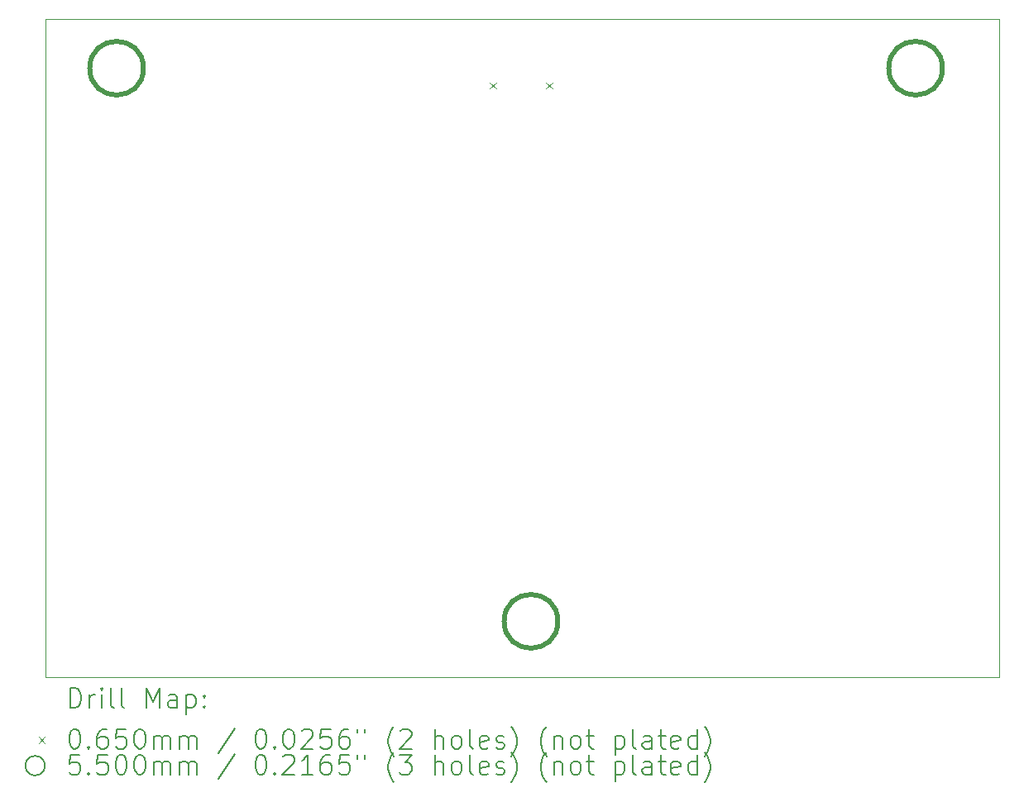
<source format=gbr>
%TF.GenerationSoftware,KiCad,Pcbnew,6.0.11+dfsg-1*%
%TF.CreationDate,2024-03-26T21:28:40+01:00*%
%TF.ProjectId,IO_16x8_matrix,494f5f31-3678-4385-9f6d-61747269782e,0.1.0*%
%TF.SameCoordinates,Original*%
%TF.FileFunction,Drillmap*%
%TF.FilePolarity,Positive*%
%FSLAX45Y45*%
G04 Gerber Fmt 4.5, Leading zero omitted, Abs format (unit mm)*
G04 Created by KiCad (PCBNEW 6.0.11+dfsg-1) date 2024-03-26 21:28:40*
%MOMM*%
%LPD*%
G01*
G04 APERTURE LIST*
%ADD10C,0.100000*%
%ADD11C,0.200000*%
%ADD12C,0.065000*%
%ADD13C,0.550000*%
G04 APERTURE END LIST*
D10*
X10091400Y-4478000D02*
X19852640Y-4478000D01*
X19852640Y-4478000D02*
X19852640Y-11211560D01*
X19852640Y-11211560D02*
X10091400Y-11211560D01*
X10091400Y-11211560D02*
X10091400Y-4478000D01*
D11*
D12*
X14639700Y-5124000D02*
X14704700Y-5189000D01*
X14704700Y-5124000D02*
X14639700Y-5189000D01*
X15217700Y-5124000D02*
X15282700Y-5189000D01*
X15282700Y-5124000D02*
X15217700Y-5189000D01*
D13*
X11095400Y-4978400D02*
G75*
G03*
X11095400Y-4978400I-275000J0D01*
G01*
X15337200Y-10642600D02*
G75*
G03*
X15337200Y-10642600I-275000J0D01*
G01*
X19274200Y-4978400D02*
G75*
G03*
X19274200Y-4978400I-275000J0D01*
G01*
D11*
X10344019Y-11527036D02*
X10344019Y-11327036D01*
X10391638Y-11327036D01*
X10420210Y-11336560D01*
X10439257Y-11355608D01*
X10448781Y-11374655D01*
X10458305Y-11412750D01*
X10458305Y-11441322D01*
X10448781Y-11479417D01*
X10439257Y-11498465D01*
X10420210Y-11517512D01*
X10391638Y-11527036D01*
X10344019Y-11527036D01*
X10544019Y-11527036D02*
X10544019Y-11393703D01*
X10544019Y-11431798D02*
X10553543Y-11412750D01*
X10563067Y-11403227D01*
X10582114Y-11393703D01*
X10601162Y-11393703D01*
X10667829Y-11527036D02*
X10667829Y-11393703D01*
X10667829Y-11327036D02*
X10658305Y-11336560D01*
X10667829Y-11346084D01*
X10677352Y-11336560D01*
X10667829Y-11327036D01*
X10667829Y-11346084D01*
X10791638Y-11527036D02*
X10772590Y-11517512D01*
X10763067Y-11498465D01*
X10763067Y-11327036D01*
X10896400Y-11527036D02*
X10877352Y-11517512D01*
X10867829Y-11498465D01*
X10867829Y-11327036D01*
X11124971Y-11527036D02*
X11124971Y-11327036D01*
X11191638Y-11469893D01*
X11258305Y-11327036D01*
X11258305Y-11527036D01*
X11439257Y-11527036D02*
X11439257Y-11422274D01*
X11429733Y-11403227D01*
X11410686Y-11393703D01*
X11372590Y-11393703D01*
X11353543Y-11403227D01*
X11439257Y-11517512D02*
X11420209Y-11527036D01*
X11372590Y-11527036D01*
X11353543Y-11517512D01*
X11344019Y-11498465D01*
X11344019Y-11479417D01*
X11353543Y-11460369D01*
X11372590Y-11450846D01*
X11420209Y-11450846D01*
X11439257Y-11441322D01*
X11534495Y-11393703D02*
X11534495Y-11593703D01*
X11534495Y-11403227D02*
X11553543Y-11393703D01*
X11591638Y-11393703D01*
X11610686Y-11403227D01*
X11620209Y-11412750D01*
X11629733Y-11431798D01*
X11629733Y-11488941D01*
X11620209Y-11507988D01*
X11610686Y-11517512D01*
X11591638Y-11527036D01*
X11553543Y-11527036D01*
X11534495Y-11517512D01*
X11715448Y-11507988D02*
X11724971Y-11517512D01*
X11715448Y-11527036D01*
X11705924Y-11517512D01*
X11715448Y-11507988D01*
X11715448Y-11527036D01*
X11715448Y-11403227D02*
X11724971Y-11412750D01*
X11715448Y-11422274D01*
X11705924Y-11412750D01*
X11715448Y-11403227D01*
X11715448Y-11422274D01*
D12*
X10021400Y-11824060D02*
X10086400Y-11889060D01*
X10086400Y-11824060D02*
X10021400Y-11889060D01*
D11*
X10382114Y-11747036D02*
X10401162Y-11747036D01*
X10420210Y-11756560D01*
X10429733Y-11766084D01*
X10439257Y-11785131D01*
X10448781Y-11823227D01*
X10448781Y-11870846D01*
X10439257Y-11908941D01*
X10429733Y-11927988D01*
X10420210Y-11937512D01*
X10401162Y-11947036D01*
X10382114Y-11947036D01*
X10363067Y-11937512D01*
X10353543Y-11927988D01*
X10344019Y-11908941D01*
X10334495Y-11870846D01*
X10334495Y-11823227D01*
X10344019Y-11785131D01*
X10353543Y-11766084D01*
X10363067Y-11756560D01*
X10382114Y-11747036D01*
X10534495Y-11927988D02*
X10544019Y-11937512D01*
X10534495Y-11947036D01*
X10524971Y-11937512D01*
X10534495Y-11927988D01*
X10534495Y-11947036D01*
X10715448Y-11747036D02*
X10677352Y-11747036D01*
X10658305Y-11756560D01*
X10648781Y-11766084D01*
X10629733Y-11794655D01*
X10620210Y-11832750D01*
X10620210Y-11908941D01*
X10629733Y-11927988D01*
X10639257Y-11937512D01*
X10658305Y-11947036D01*
X10696400Y-11947036D01*
X10715448Y-11937512D01*
X10724971Y-11927988D01*
X10734495Y-11908941D01*
X10734495Y-11861322D01*
X10724971Y-11842274D01*
X10715448Y-11832750D01*
X10696400Y-11823227D01*
X10658305Y-11823227D01*
X10639257Y-11832750D01*
X10629733Y-11842274D01*
X10620210Y-11861322D01*
X10915448Y-11747036D02*
X10820210Y-11747036D01*
X10810686Y-11842274D01*
X10820210Y-11832750D01*
X10839257Y-11823227D01*
X10886876Y-11823227D01*
X10905924Y-11832750D01*
X10915448Y-11842274D01*
X10924971Y-11861322D01*
X10924971Y-11908941D01*
X10915448Y-11927988D01*
X10905924Y-11937512D01*
X10886876Y-11947036D01*
X10839257Y-11947036D01*
X10820210Y-11937512D01*
X10810686Y-11927988D01*
X11048781Y-11747036D02*
X11067829Y-11747036D01*
X11086876Y-11756560D01*
X11096400Y-11766084D01*
X11105924Y-11785131D01*
X11115448Y-11823227D01*
X11115448Y-11870846D01*
X11105924Y-11908941D01*
X11096400Y-11927988D01*
X11086876Y-11937512D01*
X11067829Y-11947036D01*
X11048781Y-11947036D01*
X11029733Y-11937512D01*
X11020210Y-11927988D01*
X11010686Y-11908941D01*
X11001162Y-11870846D01*
X11001162Y-11823227D01*
X11010686Y-11785131D01*
X11020210Y-11766084D01*
X11029733Y-11756560D01*
X11048781Y-11747036D01*
X11201162Y-11947036D02*
X11201162Y-11813703D01*
X11201162Y-11832750D02*
X11210686Y-11823227D01*
X11229733Y-11813703D01*
X11258305Y-11813703D01*
X11277352Y-11823227D01*
X11286876Y-11842274D01*
X11286876Y-11947036D01*
X11286876Y-11842274D02*
X11296400Y-11823227D01*
X11315448Y-11813703D01*
X11344019Y-11813703D01*
X11363067Y-11823227D01*
X11372590Y-11842274D01*
X11372590Y-11947036D01*
X11467828Y-11947036D02*
X11467828Y-11813703D01*
X11467828Y-11832750D02*
X11477352Y-11823227D01*
X11496400Y-11813703D01*
X11524971Y-11813703D01*
X11544019Y-11823227D01*
X11553543Y-11842274D01*
X11553543Y-11947036D01*
X11553543Y-11842274D02*
X11563067Y-11823227D01*
X11582114Y-11813703D01*
X11610686Y-11813703D01*
X11629733Y-11823227D01*
X11639257Y-11842274D01*
X11639257Y-11947036D01*
X12029733Y-11737512D02*
X11858305Y-11994655D01*
X12286876Y-11747036D02*
X12305924Y-11747036D01*
X12324971Y-11756560D01*
X12334495Y-11766084D01*
X12344019Y-11785131D01*
X12353543Y-11823227D01*
X12353543Y-11870846D01*
X12344019Y-11908941D01*
X12334495Y-11927988D01*
X12324971Y-11937512D01*
X12305924Y-11947036D01*
X12286876Y-11947036D01*
X12267828Y-11937512D01*
X12258305Y-11927988D01*
X12248781Y-11908941D01*
X12239257Y-11870846D01*
X12239257Y-11823227D01*
X12248781Y-11785131D01*
X12258305Y-11766084D01*
X12267828Y-11756560D01*
X12286876Y-11747036D01*
X12439257Y-11927988D02*
X12448781Y-11937512D01*
X12439257Y-11947036D01*
X12429733Y-11937512D01*
X12439257Y-11927988D01*
X12439257Y-11947036D01*
X12572590Y-11747036D02*
X12591638Y-11747036D01*
X12610686Y-11756560D01*
X12620209Y-11766084D01*
X12629733Y-11785131D01*
X12639257Y-11823227D01*
X12639257Y-11870846D01*
X12629733Y-11908941D01*
X12620209Y-11927988D01*
X12610686Y-11937512D01*
X12591638Y-11947036D01*
X12572590Y-11947036D01*
X12553543Y-11937512D01*
X12544019Y-11927988D01*
X12534495Y-11908941D01*
X12524971Y-11870846D01*
X12524971Y-11823227D01*
X12534495Y-11785131D01*
X12544019Y-11766084D01*
X12553543Y-11756560D01*
X12572590Y-11747036D01*
X12715448Y-11766084D02*
X12724971Y-11756560D01*
X12744019Y-11747036D01*
X12791638Y-11747036D01*
X12810686Y-11756560D01*
X12820209Y-11766084D01*
X12829733Y-11785131D01*
X12829733Y-11804179D01*
X12820209Y-11832750D01*
X12705924Y-11947036D01*
X12829733Y-11947036D01*
X13010686Y-11747036D02*
X12915448Y-11747036D01*
X12905924Y-11842274D01*
X12915448Y-11832750D01*
X12934495Y-11823227D01*
X12982114Y-11823227D01*
X13001162Y-11832750D01*
X13010686Y-11842274D01*
X13020209Y-11861322D01*
X13020209Y-11908941D01*
X13010686Y-11927988D01*
X13001162Y-11937512D01*
X12982114Y-11947036D01*
X12934495Y-11947036D01*
X12915448Y-11937512D01*
X12905924Y-11927988D01*
X13191638Y-11747036D02*
X13153543Y-11747036D01*
X13134495Y-11756560D01*
X13124971Y-11766084D01*
X13105924Y-11794655D01*
X13096400Y-11832750D01*
X13096400Y-11908941D01*
X13105924Y-11927988D01*
X13115448Y-11937512D01*
X13134495Y-11947036D01*
X13172590Y-11947036D01*
X13191638Y-11937512D01*
X13201162Y-11927988D01*
X13210686Y-11908941D01*
X13210686Y-11861322D01*
X13201162Y-11842274D01*
X13191638Y-11832750D01*
X13172590Y-11823227D01*
X13134495Y-11823227D01*
X13115448Y-11832750D01*
X13105924Y-11842274D01*
X13096400Y-11861322D01*
X13286876Y-11747036D02*
X13286876Y-11785131D01*
X13363067Y-11747036D02*
X13363067Y-11785131D01*
X13658305Y-12023227D02*
X13648781Y-12013703D01*
X13629733Y-11985131D01*
X13620209Y-11966084D01*
X13610686Y-11937512D01*
X13601162Y-11889893D01*
X13601162Y-11851798D01*
X13610686Y-11804179D01*
X13620209Y-11775608D01*
X13629733Y-11756560D01*
X13648781Y-11727988D01*
X13658305Y-11718465D01*
X13724971Y-11766084D02*
X13734495Y-11756560D01*
X13753543Y-11747036D01*
X13801162Y-11747036D01*
X13820209Y-11756560D01*
X13829733Y-11766084D01*
X13839257Y-11785131D01*
X13839257Y-11804179D01*
X13829733Y-11832750D01*
X13715448Y-11947036D01*
X13839257Y-11947036D01*
X14077352Y-11947036D02*
X14077352Y-11747036D01*
X14163067Y-11947036D02*
X14163067Y-11842274D01*
X14153543Y-11823227D01*
X14134495Y-11813703D01*
X14105924Y-11813703D01*
X14086876Y-11823227D01*
X14077352Y-11832750D01*
X14286876Y-11947036D02*
X14267828Y-11937512D01*
X14258305Y-11927988D01*
X14248781Y-11908941D01*
X14248781Y-11851798D01*
X14258305Y-11832750D01*
X14267828Y-11823227D01*
X14286876Y-11813703D01*
X14315448Y-11813703D01*
X14334495Y-11823227D01*
X14344019Y-11832750D01*
X14353543Y-11851798D01*
X14353543Y-11908941D01*
X14344019Y-11927988D01*
X14334495Y-11937512D01*
X14315448Y-11947036D01*
X14286876Y-11947036D01*
X14467828Y-11947036D02*
X14448781Y-11937512D01*
X14439257Y-11918465D01*
X14439257Y-11747036D01*
X14620209Y-11937512D02*
X14601162Y-11947036D01*
X14563067Y-11947036D01*
X14544019Y-11937512D01*
X14534495Y-11918465D01*
X14534495Y-11842274D01*
X14544019Y-11823227D01*
X14563067Y-11813703D01*
X14601162Y-11813703D01*
X14620209Y-11823227D01*
X14629733Y-11842274D01*
X14629733Y-11861322D01*
X14534495Y-11880369D01*
X14705924Y-11937512D02*
X14724971Y-11947036D01*
X14763067Y-11947036D01*
X14782114Y-11937512D01*
X14791638Y-11918465D01*
X14791638Y-11908941D01*
X14782114Y-11889893D01*
X14763067Y-11880369D01*
X14734495Y-11880369D01*
X14715448Y-11870846D01*
X14705924Y-11851798D01*
X14705924Y-11842274D01*
X14715448Y-11823227D01*
X14734495Y-11813703D01*
X14763067Y-11813703D01*
X14782114Y-11823227D01*
X14858305Y-12023227D02*
X14867828Y-12013703D01*
X14886876Y-11985131D01*
X14896400Y-11966084D01*
X14905924Y-11937512D01*
X14915448Y-11889893D01*
X14915448Y-11851798D01*
X14905924Y-11804179D01*
X14896400Y-11775608D01*
X14886876Y-11756560D01*
X14867828Y-11727988D01*
X14858305Y-11718465D01*
X15220209Y-12023227D02*
X15210686Y-12013703D01*
X15191638Y-11985131D01*
X15182114Y-11966084D01*
X15172590Y-11937512D01*
X15163067Y-11889893D01*
X15163067Y-11851798D01*
X15172590Y-11804179D01*
X15182114Y-11775608D01*
X15191638Y-11756560D01*
X15210686Y-11727988D01*
X15220209Y-11718465D01*
X15296400Y-11813703D02*
X15296400Y-11947036D01*
X15296400Y-11832750D02*
X15305924Y-11823227D01*
X15324971Y-11813703D01*
X15353543Y-11813703D01*
X15372590Y-11823227D01*
X15382114Y-11842274D01*
X15382114Y-11947036D01*
X15505924Y-11947036D02*
X15486876Y-11937512D01*
X15477352Y-11927988D01*
X15467828Y-11908941D01*
X15467828Y-11851798D01*
X15477352Y-11832750D01*
X15486876Y-11823227D01*
X15505924Y-11813703D01*
X15534495Y-11813703D01*
X15553543Y-11823227D01*
X15563067Y-11832750D01*
X15572590Y-11851798D01*
X15572590Y-11908941D01*
X15563067Y-11927988D01*
X15553543Y-11937512D01*
X15534495Y-11947036D01*
X15505924Y-11947036D01*
X15629733Y-11813703D02*
X15705924Y-11813703D01*
X15658305Y-11747036D02*
X15658305Y-11918465D01*
X15667828Y-11937512D01*
X15686876Y-11947036D01*
X15705924Y-11947036D01*
X15924971Y-11813703D02*
X15924971Y-12013703D01*
X15924971Y-11823227D02*
X15944019Y-11813703D01*
X15982114Y-11813703D01*
X16001162Y-11823227D01*
X16010686Y-11832750D01*
X16020209Y-11851798D01*
X16020209Y-11908941D01*
X16010686Y-11927988D01*
X16001162Y-11937512D01*
X15982114Y-11947036D01*
X15944019Y-11947036D01*
X15924971Y-11937512D01*
X16134495Y-11947036D02*
X16115448Y-11937512D01*
X16105924Y-11918465D01*
X16105924Y-11747036D01*
X16296400Y-11947036D02*
X16296400Y-11842274D01*
X16286876Y-11823227D01*
X16267828Y-11813703D01*
X16229733Y-11813703D01*
X16210686Y-11823227D01*
X16296400Y-11937512D02*
X16277352Y-11947036D01*
X16229733Y-11947036D01*
X16210686Y-11937512D01*
X16201162Y-11918465D01*
X16201162Y-11899417D01*
X16210686Y-11880369D01*
X16229733Y-11870846D01*
X16277352Y-11870846D01*
X16296400Y-11861322D01*
X16363067Y-11813703D02*
X16439257Y-11813703D01*
X16391638Y-11747036D02*
X16391638Y-11918465D01*
X16401162Y-11937512D01*
X16420209Y-11947036D01*
X16439257Y-11947036D01*
X16582114Y-11937512D02*
X16563067Y-11947036D01*
X16524971Y-11947036D01*
X16505924Y-11937512D01*
X16496400Y-11918465D01*
X16496400Y-11842274D01*
X16505924Y-11823227D01*
X16524971Y-11813703D01*
X16563067Y-11813703D01*
X16582114Y-11823227D01*
X16591638Y-11842274D01*
X16591638Y-11861322D01*
X16496400Y-11880369D01*
X16763067Y-11947036D02*
X16763067Y-11747036D01*
X16763067Y-11937512D02*
X16744019Y-11947036D01*
X16705924Y-11947036D01*
X16686876Y-11937512D01*
X16677352Y-11927988D01*
X16667828Y-11908941D01*
X16667828Y-11851798D01*
X16677352Y-11832750D01*
X16686876Y-11823227D01*
X16705924Y-11813703D01*
X16744019Y-11813703D01*
X16763067Y-11823227D01*
X16839257Y-12023227D02*
X16848781Y-12013703D01*
X16867829Y-11985131D01*
X16877352Y-11966084D01*
X16886876Y-11937512D01*
X16896400Y-11889893D01*
X16896400Y-11851798D01*
X16886876Y-11804179D01*
X16877352Y-11775608D01*
X16867829Y-11756560D01*
X16848781Y-11727988D01*
X16839257Y-11718465D01*
X10086400Y-12120560D02*
G75*
G03*
X10086400Y-12120560I-100000J0D01*
G01*
X10439257Y-12011036D02*
X10344019Y-12011036D01*
X10334495Y-12106274D01*
X10344019Y-12096750D01*
X10363067Y-12087227D01*
X10410686Y-12087227D01*
X10429733Y-12096750D01*
X10439257Y-12106274D01*
X10448781Y-12125322D01*
X10448781Y-12172941D01*
X10439257Y-12191988D01*
X10429733Y-12201512D01*
X10410686Y-12211036D01*
X10363067Y-12211036D01*
X10344019Y-12201512D01*
X10334495Y-12191988D01*
X10534495Y-12191988D02*
X10544019Y-12201512D01*
X10534495Y-12211036D01*
X10524971Y-12201512D01*
X10534495Y-12191988D01*
X10534495Y-12211036D01*
X10724971Y-12011036D02*
X10629733Y-12011036D01*
X10620210Y-12106274D01*
X10629733Y-12096750D01*
X10648781Y-12087227D01*
X10696400Y-12087227D01*
X10715448Y-12096750D01*
X10724971Y-12106274D01*
X10734495Y-12125322D01*
X10734495Y-12172941D01*
X10724971Y-12191988D01*
X10715448Y-12201512D01*
X10696400Y-12211036D01*
X10648781Y-12211036D01*
X10629733Y-12201512D01*
X10620210Y-12191988D01*
X10858305Y-12011036D02*
X10877352Y-12011036D01*
X10896400Y-12020560D01*
X10905924Y-12030084D01*
X10915448Y-12049131D01*
X10924971Y-12087227D01*
X10924971Y-12134846D01*
X10915448Y-12172941D01*
X10905924Y-12191988D01*
X10896400Y-12201512D01*
X10877352Y-12211036D01*
X10858305Y-12211036D01*
X10839257Y-12201512D01*
X10829733Y-12191988D01*
X10820210Y-12172941D01*
X10810686Y-12134846D01*
X10810686Y-12087227D01*
X10820210Y-12049131D01*
X10829733Y-12030084D01*
X10839257Y-12020560D01*
X10858305Y-12011036D01*
X11048781Y-12011036D02*
X11067829Y-12011036D01*
X11086876Y-12020560D01*
X11096400Y-12030084D01*
X11105924Y-12049131D01*
X11115448Y-12087227D01*
X11115448Y-12134846D01*
X11105924Y-12172941D01*
X11096400Y-12191988D01*
X11086876Y-12201512D01*
X11067829Y-12211036D01*
X11048781Y-12211036D01*
X11029733Y-12201512D01*
X11020210Y-12191988D01*
X11010686Y-12172941D01*
X11001162Y-12134846D01*
X11001162Y-12087227D01*
X11010686Y-12049131D01*
X11020210Y-12030084D01*
X11029733Y-12020560D01*
X11048781Y-12011036D01*
X11201162Y-12211036D02*
X11201162Y-12077703D01*
X11201162Y-12096750D02*
X11210686Y-12087227D01*
X11229733Y-12077703D01*
X11258305Y-12077703D01*
X11277352Y-12087227D01*
X11286876Y-12106274D01*
X11286876Y-12211036D01*
X11286876Y-12106274D02*
X11296400Y-12087227D01*
X11315448Y-12077703D01*
X11344019Y-12077703D01*
X11363067Y-12087227D01*
X11372590Y-12106274D01*
X11372590Y-12211036D01*
X11467828Y-12211036D02*
X11467828Y-12077703D01*
X11467828Y-12096750D02*
X11477352Y-12087227D01*
X11496400Y-12077703D01*
X11524971Y-12077703D01*
X11544019Y-12087227D01*
X11553543Y-12106274D01*
X11553543Y-12211036D01*
X11553543Y-12106274D02*
X11563067Y-12087227D01*
X11582114Y-12077703D01*
X11610686Y-12077703D01*
X11629733Y-12087227D01*
X11639257Y-12106274D01*
X11639257Y-12211036D01*
X12029733Y-12001512D02*
X11858305Y-12258655D01*
X12286876Y-12011036D02*
X12305924Y-12011036D01*
X12324971Y-12020560D01*
X12334495Y-12030084D01*
X12344019Y-12049131D01*
X12353543Y-12087227D01*
X12353543Y-12134846D01*
X12344019Y-12172941D01*
X12334495Y-12191988D01*
X12324971Y-12201512D01*
X12305924Y-12211036D01*
X12286876Y-12211036D01*
X12267828Y-12201512D01*
X12258305Y-12191988D01*
X12248781Y-12172941D01*
X12239257Y-12134846D01*
X12239257Y-12087227D01*
X12248781Y-12049131D01*
X12258305Y-12030084D01*
X12267828Y-12020560D01*
X12286876Y-12011036D01*
X12439257Y-12191988D02*
X12448781Y-12201512D01*
X12439257Y-12211036D01*
X12429733Y-12201512D01*
X12439257Y-12191988D01*
X12439257Y-12211036D01*
X12524971Y-12030084D02*
X12534495Y-12020560D01*
X12553543Y-12011036D01*
X12601162Y-12011036D01*
X12620209Y-12020560D01*
X12629733Y-12030084D01*
X12639257Y-12049131D01*
X12639257Y-12068179D01*
X12629733Y-12096750D01*
X12515448Y-12211036D01*
X12639257Y-12211036D01*
X12829733Y-12211036D02*
X12715448Y-12211036D01*
X12772590Y-12211036D02*
X12772590Y-12011036D01*
X12753543Y-12039608D01*
X12734495Y-12058655D01*
X12715448Y-12068179D01*
X13001162Y-12011036D02*
X12963067Y-12011036D01*
X12944019Y-12020560D01*
X12934495Y-12030084D01*
X12915448Y-12058655D01*
X12905924Y-12096750D01*
X12905924Y-12172941D01*
X12915448Y-12191988D01*
X12924971Y-12201512D01*
X12944019Y-12211036D01*
X12982114Y-12211036D01*
X13001162Y-12201512D01*
X13010686Y-12191988D01*
X13020209Y-12172941D01*
X13020209Y-12125322D01*
X13010686Y-12106274D01*
X13001162Y-12096750D01*
X12982114Y-12087227D01*
X12944019Y-12087227D01*
X12924971Y-12096750D01*
X12915448Y-12106274D01*
X12905924Y-12125322D01*
X13201162Y-12011036D02*
X13105924Y-12011036D01*
X13096400Y-12106274D01*
X13105924Y-12096750D01*
X13124971Y-12087227D01*
X13172590Y-12087227D01*
X13191638Y-12096750D01*
X13201162Y-12106274D01*
X13210686Y-12125322D01*
X13210686Y-12172941D01*
X13201162Y-12191988D01*
X13191638Y-12201512D01*
X13172590Y-12211036D01*
X13124971Y-12211036D01*
X13105924Y-12201512D01*
X13096400Y-12191988D01*
X13286876Y-12011036D02*
X13286876Y-12049131D01*
X13363067Y-12011036D02*
X13363067Y-12049131D01*
X13658305Y-12287227D02*
X13648781Y-12277703D01*
X13629733Y-12249131D01*
X13620209Y-12230084D01*
X13610686Y-12201512D01*
X13601162Y-12153893D01*
X13601162Y-12115798D01*
X13610686Y-12068179D01*
X13620209Y-12039608D01*
X13629733Y-12020560D01*
X13648781Y-11991988D01*
X13658305Y-11982465D01*
X13715448Y-12011036D02*
X13839257Y-12011036D01*
X13772590Y-12087227D01*
X13801162Y-12087227D01*
X13820209Y-12096750D01*
X13829733Y-12106274D01*
X13839257Y-12125322D01*
X13839257Y-12172941D01*
X13829733Y-12191988D01*
X13820209Y-12201512D01*
X13801162Y-12211036D01*
X13744019Y-12211036D01*
X13724971Y-12201512D01*
X13715448Y-12191988D01*
X14077352Y-12211036D02*
X14077352Y-12011036D01*
X14163067Y-12211036D02*
X14163067Y-12106274D01*
X14153543Y-12087227D01*
X14134495Y-12077703D01*
X14105924Y-12077703D01*
X14086876Y-12087227D01*
X14077352Y-12096750D01*
X14286876Y-12211036D02*
X14267828Y-12201512D01*
X14258305Y-12191988D01*
X14248781Y-12172941D01*
X14248781Y-12115798D01*
X14258305Y-12096750D01*
X14267828Y-12087227D01*
X14286876Y-12077703D01*
X14315448Y-12077703D01*
X14334495Y-12087227D01*
X14344019Y-12096750D01*
X14353543Y-12115798D01*
X14353543Y-12172941D01*
X14344019Y-12191988D01*
X14334495Y-12201512D01*
X14315448Y-12211036D01*
X14286876Y-12211036D01*
X14467828Y-12211036D02*
X14448781Y-12201512D01*
X14439257Y-12182465D01*
X14439257Y-12011036D01*
X14620209Y-12201512D02*
X14601162Y-12211036D01*
X14563067Y-12211036D01*
X14544019Y-12201512D01*
X14534495Y-12182465D01*
X14534495Y-12106274D01*
X14544019Y-12087227D01*
X14563067Y-12077703D01*
X14601162Y-12077703D01*
X14620209Y-12087227D01*
X14629733Y-12106274D01*
X14629733Y-12125322D01*
X14534495Y-12144369D01*
X14705924Y-12201512D02*
X14724971Y-12211036D01*
X14763067Y-12211036D01*
X14782114Y-12201512D01*
X14791638Y-12182465D01*
X14791638Y-12172941D01*
X14782114Y-12153893D01*
X14763067Y-12144369D01*
X14734495Y-12144369D01*
X14715448Y-12134846D01*
X14705924Y-12115798D01*
X14705924Y-12106274D01*
X14715448Y-12087227D01*
X14734495Y-12077703D01*
X14763067Y-12077703D01*
X14782114Y-12087227D01*
X14858305Y-12287227D02*
X14867828Y-12277703D01*
X14886876Y-12249131D01*
X14896400Y-12230084D01*
X14905924Y-12201512D01*
X14915448Y-12153893D01*
X14915448Y-12115798D01*
X14905924Y-12068179D01*
X14896400Y-12039608D01*
X14886876Y-12020560D01*
X14867828Y-11991988D01*
X14858305Y-11982465D01*
X15220209Y-12287227D02*
X15210686Y-12277703D01*
X15191638Y-12249131D01*
X15182114Y-12230084D01*
X15172590Y-12201512D01*
X15163067Y-12153893D01*
X15163067Y-12115798D01*
X15172590Y-12068179D01*
X15182114Y-12039608D01*
X15191638Y-12020560D01*
X15210686Y-11991988D01*
X15220209Y-11982465D01*
X15296400Y-12077703D02*
X15296400Y-12211036D01*
X15296400Y-12096750D02*
X15305924Y-12087227D01*
X15324971Y-12077703D01*
X15353543Y-12077703D01*
X15372590Y-12087227D01*
X15382114Y-12106274D01*
X15382114Y-12211036D01*
X15505924Y-12211036D02*
X15486876Y-12201512D01*
X15477352Y-12191988D01*
X15467828Y-12172941D01*
X15467828Y-12115798D01*
X15477352Y-12096750D01*
X15486876Y-12087227D01*
X15505924Y-12077703D01*
X15534495Y-12077703D01*
X15553543Y-12087227D01*
X15563067Y-12096750D01*
X15572590Y-12115798D01*
X15572590Y-12172941D01*
X15563067Y-12191988D01*
X15553543Y-12201512D01*
X15534495Y-12211036D01*
X15505924Y-12211036D01*
X15629733Y-12077703D02*
X15705924Y-12077703D01*
X15658305Y-12011036D02*
X15658305Y-12182465D01*
X15667828Y-12201512D01*
X15686876Y-12211036D01*
X15705924Y-12211036D01*
X15924971Y-12077703D02*
X15924971Y-12277703D01*
X15924971Y-12087227D02*
X15944019Y-12077703D01*
X15982114Y-12077703D01*
X16001162Y-12087227D01*
X16010686Y-12096750D01*
X16020209Y-12115798D01*
X16020209Y-12172941D01*
X16010686Y-12191988D01*
X16001162Y-12201512D01*
X15982114Y-12211036D01*
X15944019Y-12211036D01*
X15924971Y-12201512D01*
X16134495Y-12211036D02*
X16115448Y-12201512D01*
X16105924Y-12182465D01*
X16105924Y-12011036D01*
X16296400Y-12211036D02*
X16296400Y-12106274D01*
X16286876Y-12087227D01*
X16267828Y-12077703D01*
X16229733Y-12077703D01*
X16210686Y-12087227D01*
X16296400Y-12201512D02*
X16277352Y-12211036D01*
X16229733Y-12211036D01*
X16210686Y-12201512D01*
X16201162Y-12182465D01*
X16201162Y-12163417D01*
X16210686Y-12144369D01*
X16229733Y-12134846D01*
X16277352Y-12134846D01*
X16296400Y-12125322D01*
X16363067Y-12077703D02*
X16439257Y-12077703D01*
X16391638Y-12011036D02*
X16391638Y-12182465D01*
X16401162Y-12201512D01*
X16420209Y-12211036D01*
X16439257Y-12211036D01*
X16582114Y-12201512D02*
X16563067Y-12211036D01*
X16524971Y-12211036D01*
X16505924Y-12201512D01*
X16496400Y-12182465D01*
X16496400Y-12106274D01*
X16505924Y-12087227D01*
X16524971Y-12077703D01*
X16563067Y-12077703D01*
X16582114Y-12087227D01*
X16591638Y-12106274D01*
X16591638Y-12125322D01*
X16496400Y-12144369D01*
X16763067Y-12211036D02*
X16763067Y-12011036D01*
X16763067Y-12201512D02*
X16744019Y-12211036D01*
X16705924Y-12211036D01*
X16686876Y-12201512D01*
X16677352Y-12191988D01*
X16667828Y-12172941D01*
X16667828Y-12115798D01*
X16677352Y-12096750D01*
X16686876Y-12087227D01*
X16705924Y-12077703D01*
X16744019Y-12077703D01*
X16763067Y-12087227D01*
X16839257Y-12287227D02*
X16848781Y-12277703D01*
X16867829Y-12249131D01*
X16877352Y-12230084D01*
X16886876Y-12201512D01*
X16896400Y-12153893D01*
X16896400Y-12115798D01*
X16886876Y-12068179D01*
X16877352Y-12039608D01*
X16867829Y-12020560D01*
X16848781Y-11991988D01*
X16839257Y-11982465D01*
M02*

</source>
